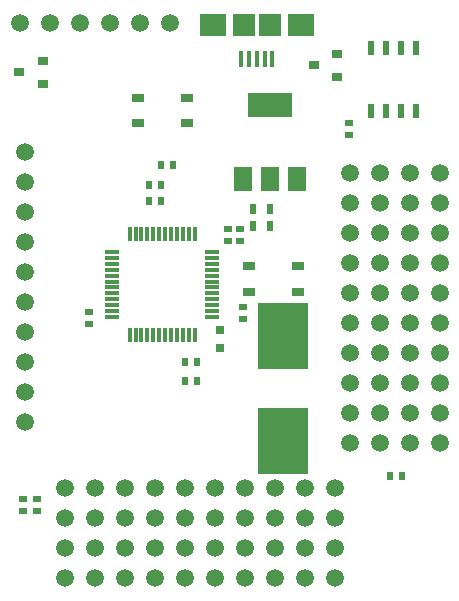
<source format=gts>
G04 (created by PCBNEW (25-Oct-2014 BZR 4029)-stable) date Sun 04 Oct 2015 01:48:44 PM EDT*
%MOIN*%
G04 Gerber Fmt 3.4, Leading zero omitted, Abs format*
%FSLAX34Y34*%
G01*
G70*
G90*
G04 APERTURE LIST*
%ADD10C,0.00590551*%
%ADD11R,0.0236299X0.051189*%
%ADD12R,0.023622X0.0511811*%
%ADD13R,0.011811X0.0472441*%
%ADD14R,0.0472441X0.011811*%
%ADD15R,0.0413386X0.0255906*%
%ADD16R,0.059063X0.078748*%
%ADD17R,0.149614X0.078748*%
%ADD18R,0.0748031X0.0748031*%
%ADD19R,0.0905512X0.0748031*%
%ADD20R,0.015748X0.0551181*%
%ADD21R,0.0354409X0.0315039*%
%ADD22R,0.0314961X0.0314961*%
%ADD23C,0.0590551*%
%ADD24R,0.0275591X0.023622*%
%ADD25R,0.023622X0.0275591*%
%ADD26R,0.0236299X0.0354409*%
%ADD27R,0.16937X0.220551*%
%ADD28R,0.169291X0.220472*%
G04 APERTURE END LIST*
G54D10*
G54D11*
X82218Y-40846D03*
G54D12*
X82718Y-40846D03*
G54D11*
X81718Y-40846D03*
X81218Y-40846D03*
X81218Y-42933D03*
X81718Y-42933D03*
X82218Y-42933D03*
X82718Y-42933D03*
G54D13*
X75326Y-47051D03*
X75129Y-47051D03*
X74933Y-47051D03*
X74736Y-47051D03*
X74539Y-47051D03*
X74342Y-47051D03*
X74145Y-47051D03*
X73948Y-47051D03*
X73751Y-47051D03*
X73555Y-47051D03*
X73358Y-47051D03*
X73161Y-47051D03*
X73161Y-50397D03*
X73358Y-50397D03*
X73555Y-50397D03*
X73751Y-50397D03*
X73948Y-50397D03*
X74145Y-50397D03*
X74342Y-50397D03*
X74539Y-50397D03*
X74736Y-50397D03*
X74933Y-50397D03*
X75129Y-50397D03*
X75326Y-50397D03*
G54D14*
X72570Y-47641D03*
X72570Y-47838D03*
X72570Y-48035D03*
X72570Y-48232D03*
X72570Y-48429D03*
X72570Y-48625D03*
X72570Y-48822D03*
X72570Y-49019D03*
X72570Y-49216D03*
X72570Y-49413D03*
X72570Y-49610D03*
X72570Y-49807D03*
X75917Y-49807D03*
X75917Y-49610D03*
X75917Y-49413D03*
X75917Y-49216D03*
X75917Y-49019D03*
X75917Y-48822D03*
X75917Y-48625D03*
X75917Y-48429D03*
X75917Y-48232D03*
X75917Y-48035D03*
X75917Y-47838D03*
X75917Y-47641D03*
G54D15*
X73435Y-43336D03*
X73435Y-42490D03*
X75068Y-43336D03*
X75068Y-42490D03*
X78769Y-48120D03*
X78769Y-48966D03*
X77135Y-48120D03*
X77135Y-48966D03*
G54D16*
X76929Y-45216D03*
X77834Y-45216D03*
X78740Y-45216D03*
G54D17*
X77834Y-42736D03*
G54D18*
X77834Y-40078D03*
X76968Y-40078D03*
G54D19*
X78877Y-40078D03*
X75925Y-40078D03*
G54D20*
X77401Y-41200D03*
X77657Y-41200D03*
X77913Y-41200D03*
X77145Y-41200D03*
X76889Y-41200D03*
G54D21*
X79291Y-41417D03*
X80078Y-41043D03*
X80078Y-41791D03*
X69488Y-41653D03*
X70275Y-41279D03*
X70275Y-42027D03*
G54D22*
X76181Y-50255D03*
X76181Y-50846D03*
G54D23*
X71500Y-40000D03*
X70500Y-40000D03*
X69500Y-40000D03*
X72500Y-40000D03*
X73500Y-40000D03*
X74500Y-40000D03*
X71000Y-56500D03*
X71000Y-55500D03*
X71000Y-57500D03*
X71000Y-58500D03*
X72000Y-56500D03*
X72000Y-55500D03*
X72000Y-57500D03*
X72000Y-58500D03*
X73000Y-56500D03*
X73000Y-55500D03*
X73000Y-57500D03*
X73000Y-58500D03*
X74000Y-56500D03*
X74000Y-55500D03*
X74000Y-57500D03*
X74000Y-58500D03*
X75000Y-56500D03*
X75000Y-55500D03*
X75000Y-57500D03*
X75000Y-58500D03*
X76000Y-56500D03*
X76000Y-55500D03*
X76000Y-57500D03*
X76000Y-58500D03*
X77000Y-56500D03*
X77000Y-55500D03*
X77000Y-57500D03*
X77000Y-58500D03*
X79000Y-56500D03*
X79000Y-55500D03*
X79000Y-57500D03*
X79000Y-58500D03*
X81500Y-46000D03*
X80500Y-46000D03*
X82500Y-46000D03*
X83500Y-46000D03*
X81500Y-47000D03*
X80500Y-47000D03*
X82500Y-47000D03*
X83500Y-47000D03*
X81500Y-45000D03*
X80500Y-45000D03*
X82500Y-45000D03*
X83500Y-45000D03*
X81500Y-48000D03*
X80500Y-48000D03*
X82500Y-48000D03*
X83500Y-48000D03*
X81500Y-49000D03*
X80500Y-49000D03*
X82500Y-49000D03*
X83500Y-49000D03*
X81500Y-50000D03*
X80500Y-50000D03*
X82500Y-50000D03*
X83500Y-50000D03*
X81500Y-51000D03*
X80500Y-51000D03*
X82500Y-51000D03*
X83500Y-51000D03*
X81500Y-52000D03*
X80500Y-52000D03*
X82500Y-52000D03*
X83500Y-52000D03*
X81500Y-53000D03*
X80500Y-53000D03*
X82500Y-53000D03*
X83500Y-53000D03*
X81500Y-54000D03*
X80500Y-54000D03*
X82500Y-54000D03*
X83500Y-54000D03*
X78000Y-56500D03*
X78000Y-55500D03*
X78000Y-57500D03*
X78000Y-58500D03*
X80000Y-56500D03*
X80000Y-55500D03*
X80000Y-57500D03*
X80000Y-58500D03*
X69685Y-49318D03*
X69685Y-50318D03*
X69685Y-51318D03*
X69685Y-52318D03*
X69685Y-53318D03*
X69685Y-48318D03*
X69685Y-47318D03*
X69685Y-46318D03*
X69685Y-45318D03*
X69685Y-44318D03*
G54D24*
X70078Y-56259D03*
X70078Y-55866D03*
X69606Y-56259D03*
X69606Y-55866D03*
X76929Y-49488D03*
X76929Y-49881D03*
G54D25*
X75000Y-51929D03*
X75393Y-51929D03*
X75000Y-51299D03*
X75393Y-51299D03*
G54D24*
X71811Y-49645D03*
X71811Y-50039D03*
G54D25*
X73818Y-45944D03*
X74212Y-45944D03*
X73818Y-45393D03*
X74212Y-45393D03*
X74606Y-44724D03*
X74212Y-44724D03*
G54D24*
X76850Y-46889D03*
X76850Y-47283D03*
X76456Y-46889D03*
X76456Y-47283D03*
G54D25*
X81850Y-55118D03*
X82244Y-55118D03*
G54D24*
X80472Y-43346D03*
X80472Y-43740D03*
G54D26*
X77854Y-46220D03*
X77263Y-46220D03*
X77854Y-46771D03*
X77263Y-46771D03*
G54D27*
X78267Y-53956D03*
G54D28*
X78267Y-50452D03*
M02*

</source>
